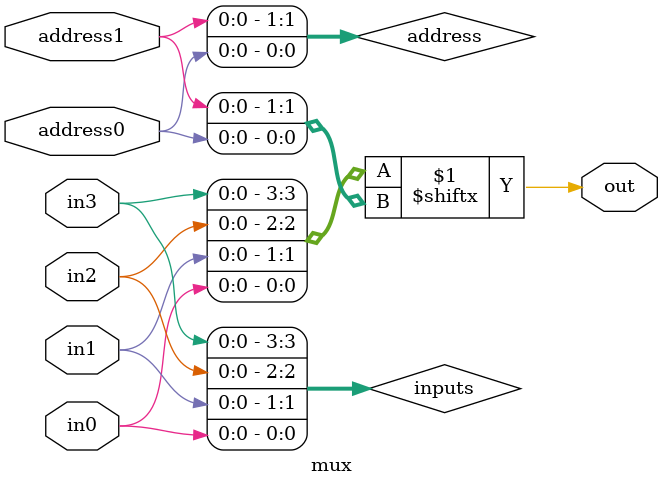
<source format=v>


`default_nettype none

module mux
(
    output out,
    input address0, address1,
    input in0, in1, in2, in3
);
    // Join single-bit inputs into a bus, use address as index
    wire[3:0] inputs = {in3, in2, in1, in0};
    wire[1:0] address = {address1, address0};
    assign out = inputs[address];
endmodule

</source>
